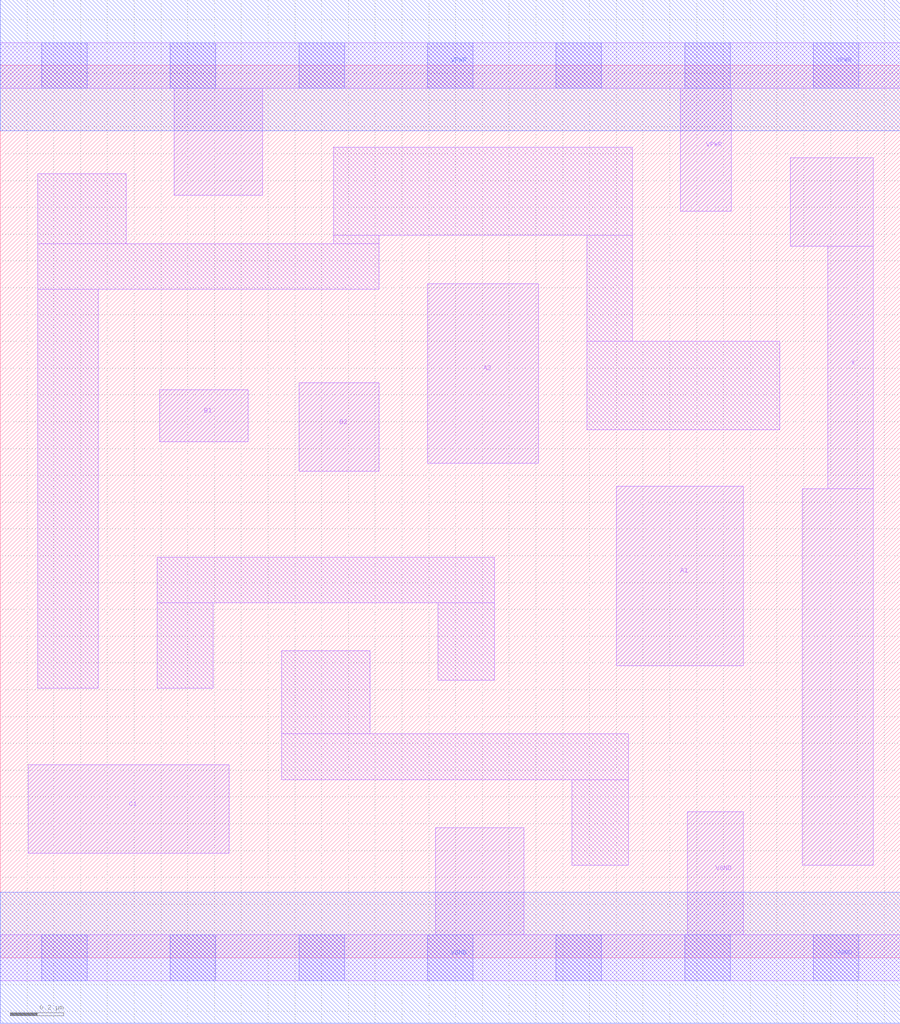
<source format=lef>
# Copyright 2020 The SkyWater PDK Authors
#
# Licensed under the Apache License, Version 2.0 (the "License");
# you may not use this file except in compliance with the License.
# You may obtain a copy of the License at
#
#     https://www.apache.org/licenses/LICENSE-2.0
#
# Unless required by applicable law or agreed to in writing, software
# distributed under the License is distributed on an "AS IS" BASIS,
# WITHOUT WARRANTIES OR CONDITIONS OF ANY KIND, either express or implied.
# See the License for the specific language governing permissions and
# limitations under the License.
#
# SPDX-License-Identifier: Apache-2.0

VERSION 5.7 ;
  NAMESCASESENSITIVE ON ;
  NOWIREEXTENSIONATPIN ON ;
  DIVIDERCHAR "/" ;
  BUSBITCHARS "[]" ;
UNITS
  DATABASE MICRONS 200 ;
END UNITS
MACRO sky130_fd_sc_lp__o221a_m
  CLASS CORE ;
  SOURCE USER ;
  FOREIGN sky130_fd_sc_lp__o221a_m ;
  ORIGIN  0.000000  0.000000 ;
  SIZE  3.360000 BY  3.330000 ;
  SYMMETRY X Y R90 ;
  SITE unit ;
  PIN A1
    ANTENNAGATEAREA  0.126000 ;
    DIRECTION INPUT ;
    USE SIGNAL ;
    PORT
      LAYER li1 ;
        RECT 2.300000 1.090000 2.775000 1.760000 ;
    END
  END A1
  PIN A2
    ANTENNAGATEAREA  0.126000 ;
    DIRECTION INPUT ;
    USE SIGNAL ;
    PORT
      LAYER li1 ;
        RECT 1.595000 1.845000 2.010000 2.515000 ;
    END
  END A2
  PIN B1
    ANTENNAGATEAREA  0.126000 ;
    DIRECTION INPUT ;
    USE SIGNAL ;
    PORT
      LAYER li1 ;
        RECT 0.595000 1.925000 0.925000 2.120000 ;
    END
  END B1
  PIN B2
    ANTENNAGATEAREA  0.126000 ;
    DIRECTION INPUT ;
    USE SIGNAL ;
    PORT
      LAYER li1 ;
        RECT 1.115000 1.815000 1.415000 2.145000 ;
    END
  END B2
  PIN C1
    ANTENNAGATEAREA  0.126000 ;
    DIRECTION INPUT ;
    USE SIGNAL ;
    PORT
      LAYER li1 ;
        RECT 0.105000 0.390000 0.855000 0.720000 ;
    END
  END C1
  PIN X
    ANTENNADIFFAREA  0.222600 ;
    DIRECTION OUTPUT ;
    USE SIGNAL ;
    PORT
      LAYER li1 ;
        RECT 2.950000 2.655000 3.260000 2.985000 ;
        RECT 2.995000 0.345000 3.260000 1.750000 ;
        RECT 3.090000 1.750000 3.260000 2.655000 ;
    END
  END X
  PIN VGND
    DIRECTION INOUT ;
    USE GROUND ;
    PORT
      LAYER li1 ;
        RECT 0.000000 -0.085000 3.360000 0.085000 ;
        RECT 1.625000  0.085000 1.955000 0.485000 ;
        RECT 2.565000  0.085000 2.775000 0.545000 ;
      LAYER mcon ;
        RECT 0.155000 -0.085000 0.325000 0.085000 ;
        RECT 0.635000 -0.085000 0.805000 0.085000 ;
        RECT 1.115000 -0.085000 1.285000 0.085000 ;
        RECT 1.595000 -0.085000 1.765000 0.085000 ;
        RECT 2.075000 -0.085000 2.245000 0.085000 ;
        RECT 2.555000 -0.085000 2.725000 0.085000 ;
        RECT 3.035000 -0.085000 3.205000 0.085000 ;
      LAYER met1 ;
        RECT 0.000000 -0.245000 3.360000 0.245000 ;
    END
  END VGND
  PIN VPWR
    DIRECTION INOUT ;
    USE POWER ;
    PORT
      LAYER li1 ;
        RECT 0.000000 3.245000 3.360000 3.415000 ;
        RECT 0.650000 2.845000 0.980000 3.245000 ;
        RECT 2.540000 2.785000 2.730000 3.245000 ;
      LAYER mcon ;
        RECT 0.155000 3.245000 0.325000 3.415000 ;
        RECT 0.635000 3.245000 0.805000 3.415000 ;
        RECT 1.115000 3.245000 1.285000 3.415000 ;
        RECT 1.595000 3.245000 1.765000 3.415000 ;
        RECT 2.075000 3.245000 2.245000 3.415000 ;
        RECT 2.555000 3.245000 2.725000 3.415000 ;
        RECT 3.035000 3.245000 3.205000 3.415000 ;
      LAYER met1 ;
        RECT 0.000000 3.085000 3.360000 3.575000 ;
    END
  END VPWR
  OBS
    LAYER li1 ;
      RECT 0.140000 1.005000 0.365000 2.495000 ;
      RECT 0.140000 2.495000 1.415000 2.665000 ;
      RECT 0.140000 2.665000 0.470000 2.925000 ;
      RECT 0.585000 1.005000 0.795000 1.325000 ;
      RECT 0.585000 1.325000 1.845000 1.495000 ;
      RECT 1.050000 0.665000 2.345000 0.835000 ;
      RECT 1.050000 0.835000 1.380000 1.145000 ;
      RECT 1.245000 2.665000 1.415000 2.695000 ;
      RECT 1.245000 2.695000 2.360000 3.025000 ;
      RECT 1.635000 1.035000 1.845000 1.325000 ;
      RECT 2.135000 0.345000 2.345000 0.665000 ;
      RECT 2.190000 1.970000 2.910000 2.300000 ;
      RECT 2.190000 2.300000 2.360000 2.695000 ;
  END
END sky130_fd_sc_lp__o221a_m

</source>
